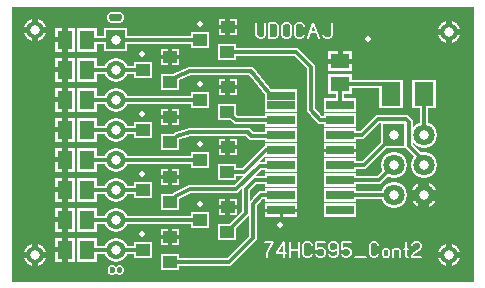
<source format=gbr>
%FSLAX34Y34*%
%MOMM*%
%LNCOPPER_TOP*%
G71*
G01*
%ADD10C, 0.002*%
%ADD11R, 2.000X1.700*%
%ADD12C, 2.200*%
%ADD13C, 2.000*%
%ADD14C, 0.700*%
%ADD15R, 1.620X1.420*%
%ADD16R, 1.700X2.000*%
%ADD17R, 2.000X2.400*%
%ADD18C, 0.156*%
%ADD19C, 0.500*%
%ADD20C, 1.900*%
%ADD21R, 2.800X1.200*%
%ADD22C, 0.433*%
%ADD23C, 0.924*%
%ADD24C, 0.340*%
%ADD25C, 0.500*%
%ADD26C, 0.267*%
%ADD27R, 1.600X1.300*%
%ADD28C, 1.800*%
%ADD29C, 1.600*%
%ADD30C, 0.300*%
%ADD31R, 1.220X1.020*%
%ADD32R, 1.300X1.600*%
%ADD33R, 1.600X2.000*%
%ADD34C, 1.500*%
%ADD35R, 2.400X0.800*%
%ADD36C, 0.800*%
%LPD*%
G54D10*
X-34Y61D02*
X390966Y61D01*
X390966Y-231939D01*
X-34Y-231939D01*
X-34Y61D01*
G36*
X-34Y61D02*
X390966Y61D01*
X390966Y-231939D01*
X-34Y-231939D01*
X-34Y61D01*
G37*
%LPC*%
X278210Y-64691D02*
G54D11*
D03*
X278210Y-45691D02*
G54D11*
D03*
G36*
X334419Y-97286D02*
X334419Y-119286D01*
X312419Y-119286D01*
X312419Y-97286D01*
X334419Y-97286D01*
G37*
X348819Y-108286D02*
G54D12*
D03*
X323419Y-133686D02*
G54D12*
D03*
X348819Y-133686D02*
G54D12*
D03*
X323419Y-159086D02*
G54D12*
D03*
X348820Y-159086D02*
G54D12*
D03*
G36*
X98056Y-17386D02*
X98056Y-37386D01*
X78056Y-37386D01*
X78056Y-17386D01*
X98056Y-17386D01*
G37*
X88056Y-52786D02*
G54D13*
D03*
X88056Y-78186D02*
G54D13*
D03*
X88056Y-103586D02*
G54D13*
D03*
X88056Y-128986D02*
G54D13*
D03*
X88056Y-154386D02*
G54D13*
D03*
X88056Y-179786D02*
G54D13*
D03*
X88056Y-205186D02*
G54D13*
D03*
G54D14*
X277812Y-84138D02*
X277812Y-65088D01*
G54D14*
X323419Y-159086D02*
X286294Y-159086D01*
G54D14*
X286294Y-146386D02*
X310719Y-146386D01*
X323419Y-133686D01*
G54D14*
X286294Y-133686D02*
X298019Y-133686D01*
X323419Y-108286D01*
G54D14*
X349216Y-133686D02*
X349216Y-130511D01*
X336516Y-117811D01*
X336516Y-97173D01*
X334135Y-94792D01*
X309925Y-94792D01*
G54D14*
X278169Y-108285D02*
X296432Y-108286D01*
X309925Y-94792D01*
G54D14*
X278357Y-95586D02*
X261507Y-95586D01*
X253172Y-87252D01*
X253172Y-50342D01*
X240472Y-37642D01*
X111075Y-205185D02*
G54D15*
D03*
X133975Y-194985D02*
G54D15*
D03*
X133975Y-215385D02*
G54D15*
D03*
X111075Y-154385D02*
G54D15*
D03*
X133975Y-144185D02*
G54D15*
D03*
X133975Y-164585D02*
G54D15*
D03*
X111075Y-103585D02*
G54D15*
D03*
X133975Y-93385D02*
G54D15*
D03*
X133975Y-113785D02*
G54D15*
D03*
X111075Y-52785D02*
G54D15*
D03*
X133975Y-42585D02*
G54D15*
D03*
X133975Y-62985D02*
G54D15*
D03*
X159890Y-78185D02*
G54D15*
D03*
X182791Y-67985D02*
G54D15*
D03*
X182790Y-88385D02*
G54D15*
D03*
X159890Y-27385D02*
G54D15*
D03*
X182791Y-17185D02*
G54D15*
D03*
X182790Y-37585D02*
G54D15*
D03*
X159890Y-179785D02*
G54D15*
D03*
X182791Y-169585D02*
G54D15*
D03*
X182790Y-189985D02*
G54D15*
D03*
X159890Y-128985D02*
G54D15*
D03*
X182791Y-118785D02*
G54D15*
D03*
X182790Y-139185D02*
G54D15*
D03*
G54D14*
X88056Y-205185D02*
X111075Y-205185D01*
G54D14*
X88056Y-179785D02*
X159890Y-179785D01*
G54D14*
X88056Y-154385D02*
X111075Y-154385D01*
G54D14*
X88056Y-128985D02*
X159890Y-128985D01*
G54D14*
X88056Y-103585D02*
X111075Y-103585D01*
G54D14*
X88056Y-78185D02*
X159890Y-78185D01*
G54D14*
X88056Y-52785D02*
X111075Y-52785D01*
G54D14*
X88056Y-27385D02*
X159890Y-27385D01*
G54D14*
X133975Y-62985D02*
X139326Y-59413D01*
X151175Y-53914D01*
X202373Y-53914D01*
X217057Y-71773D01*
G54D14*
X228169Y-95586D02*
X189992Y-95586D01*
X182790Y-88385D01*
G54D14*
X133975Y-113785D02*
X139723Y-109419D01*
X151175Y-105905D01*
X199991Y-105905D01*
X202769Y-108683D01*
X227772Y-108683D01*
X228169Y-108286D01*
G54D14*
X133975Y-164585D02*
X139326Y-160219D01*
X151175Y-154323D01*
X190069Y-154323D01*
X210310Y-134083D01*
X227772Y-134083D01*
X228169Y-133686D01*
G54D14*
X228169Y-146386D02*
X205944Y-146386D01*
X198404Y-153926D01*
X198404Y-174372D01*
X182790Y-189985D01*
G54D14*
X133975Y-215385D02*
X184173Y-215385D01*
X203960Y-195598D01*
X203960Y-166230D01*
X211104Y-159086D01*
X228169Y-159086D01*
G54D14*
X182790Y-139185D02*
X196873Y-139185D01*
X215469Y-120589D01*
X227772Y-120589D01*
X228169Y-120986D01*
X64244Y-27385D02*
G54D16*
D03*
X45244Y-27384D02*
G54D16*
D03*
X64244Y-52785D02*
G54D16*
D03*
X45244Y-52784D02*
G54D16*
D03*
X64244Y-78185D02*
G54D16*
D03*
X45244Y-78184D02*
G54D16*
D03*
X64244Y-103585D02*
G54D16*
D03*
X45244Y-103584D02*
G54D16*
D03*
X64244Y-128985D02*
G54D16*
D03*
X45244Y-128984D02*
G54D16*
D03*
X64244Y-154385D02*
G54D16*
D03*
X45244Y-154384D02*
G54D16*
D03*
X64244Y-179785D02*
G54D16*
D03*
X45244Y-179784D02*
G54D16*
D03*
X64244Y-205185D02*
G54D16*
D03*
X45244Y-205184D02*
G54D16*
D03*
G54D14*
X64244Y-52785D02*
X88056Y-52785D01*
G54D14*
X64244Y-78185D02*
X88056Y-78185D01*
G54D14*
X88056Y-103585D02*
X64244Y-103585D01*
G54D14*
X88056Y-128985D02*
X64244Y-128985D01*
G54D14*
X88056Y-154385D02*
X64244Y-154385D01*
G54D14*
X88056Y-179785D02*
X64244Y-179785D01*
G54D14*
X88056Y-205185D02*
X64244Y-205185D01*
G54D14*
X64244Y-27385D02*
X88056Y-27385D01*
X321072Y-73422D02*
G54D17*
D03*
X349072Y-73422D02*
G54D17*
D03*
G54D14*
X348854Y-108347D02*
X348854Y-73422D01*
G54D14*
X278210Y-64691D02*
X320278Y-64691D01*
X321072Y-73422D01*
G54D18*
X91773Y-12307D02*
X83995Y-12307D01*
X82440Y-11374D01*
X81662Y-9507D01*
X81662Y-7640D01*
X82440Y-5774D01*
X83995Y-4840D01*
X91773Y-4840D01*
X93329Y-5774D01*
X94106Y-7640D01*
X94106Y-9507D01*
X93329Y-11374D01*
X91773Y-12307D01*
G54D18*
X88280Y-223423D02*
X88280Y-221556D01*
X89058Y-219689D01*
X90613Y-218756D01*
X92169Y-218756D01*
X93724Y-219689D01*
X94502Y-221556D01*
X94502Y-223423D01*
X93724Y-225289D01*
X92169Y-226223D01*
X90613Y-226223D01*
X89058Y-225289D01*
X88280Y-223423D01*
X87502Y-225289D01*
X85947Y-226223D01*
X84391Y-226223D01*
X82836Y-225289D01*
X82058Y-223423D01*
X82058Y-221556D01*
X82836Y-219689D01*
X84391Y-218756D01*
X85947Y-218756D01*
X87502Y-219689D01*
X88280Y-221556D01*
X159228Y-14347D02*
G54D19*
D03*
X110412Y-39747D02*
G54D19*
D03*
X159228Y-65147D02*
G54D19*
D03*
X110412Y-90547D02*
G54D19*
D03*
X159228Y-115947D02*
G54D19*
D03*
X159228Y-166747D02*
G54D19*
D03*
X110412Y-141347D02*
G54D19*
D03*
X110412Y-192147D02*
G54D19*
D03*
X227490Y-184210D02*
G54D19*
D03*
X302103Y-27047D02*
G54D19*
D03*
G54D18*
X207343Y-13464D02*
X207343Y-23575D01*
X208276Y-25131D01*
X210143Y-25908D01*
X212010Y-25908D01*
X213876Y-25131D01*
X214810Y-23575D01*
X214810Y-13464D01*
G54D18*
X218232Y-25908D02*
X218232Y-13464D01*
X222899Y-13464D01*
X224765Y-14242D01*
X225699Y-15797D01*
X225699Y-23575D01*
X224765Y-25131D01*
X222899Y-25908D01*
X218232Y-25908D01*
G54D18*
X236588Y-15797D02*
X236588Y-23575D01*
X235654Y-25131D01*
X233788Y-25908D01*
X231921Y-25908D01*
X230054Y-25131D01*
X229121Y-23575D01*
X229121Y-15797D01*
X230054Y-14242D01*
X231921Y-13464D01*
X233788Y-13464D01*
X235654Y-14242D01*
X236588Y-15797D01*
G54D18*
X247477Y-23575D02*
X246543Y-25131D01*
X244677Y-25908D01*
X242810Y-25908D01*
X240943Y-25131D01*
X240010Y-23575D01*
X240010Y-15797D01*
X240943Y-14242D01*
X242810Y-13464D01*
X244677Y-13464D01*
X246543Y-14242D01*
X247477Y-15797D01*
G54D18*
X250899Y-25908D02*
X255566Y-13464D01*
X260232Y-25908D01*
G54D18*
X252766Y-21242D02*
X258366Y-21242D01*
G54D18*
X271121Y-13464D02*
X271121Y-23575D01*
X270187Y-25131D01*
X268321Y-25908D01*
X266454Y-25908D01*
X264587Y-25131D01*
X263654Y-23575D01*
G54D18*
X214162Y-199201D02*
X221629Y-199201D01*
X220696Y-200757D01*
X218829Y-203090D01*
X216962Y-206201D01*
X216029Y-208534D01*
X216029Y-211646D01*
G54D18*
X230652Y-211646D02*
X230652Y-199201D01*
X225052Y-206979D01*
X225052Y-208534D01*
X232518Y-208534D01*
G54D18*
X235940Y-211646D02*
X235940Y-199201D01*
G54D18*
X243407Y-211646D02*
X243407Y-199201D01*
G54D18*
X235940Y-205423D02*
X243407Y-205423D01*
G54D18*
X254296Y-209312D02*
X253363Y-210868D01*
X251496Y-211646D01*
X249630Y-211646D01*
X247763Y-210868D01*
X246830Y-209312D01*
X246830Y-201534D01*
X247763Y-199979D01*
X249630Y-199201D01*
X251496Y-199201D01*
X253363Y-199979D01*
X254296Y-201534D01*
G54D18*
X265185Y-199201D02*
X257718Y-199201D01*
X257718Y-204646D01*
X258652Y-204646D01*
X260518Y-203868D01*
X262385Y-203868D01*
X264252Y-204646D01*
X265185Y-206201D01*
X265185Y-209312D01*
X264252Y-210868D01*
X262385Y-211646D01*
X260518Y-211646D01*
X258652Y-210868D01*
X257718Y-209312D01*
G54D18*
X268608Y-209312D02*
X269541Y-210868D01*
X271408Y-211646D01*
X273274Y-211646D01*
X275141Y-210868D01*
X276074Y-209312D01*
X276074Y-205423D01*
X276074Y-204646D01*
X273274Y-206201D01*
X271408Y-206201D01*
X269541Y-205423D01*
X268608Y-203868D01*
X268608Y-201534D01*
X269541Y-199979D01*
X271408Y-199201D01*
X273274Y-199201D01*
X275141Y-199979D01*
X276074Y-201534D01*
X276074Y-205423D01*
G54D18*
X286963Y-199201D02*
X279496Y-199201D01*
X279496Y-204646D01*
X280430Y-204646D01*
X282296Y-203868D01*
X284163Y-203868D01*
X286030Y-204646D01*
X286963Y-206201D01*
X286963Y-209312D01*
X286030Y-210868D01*
X284163Y-211646D01*
X282296Y-211646D01*
X280430Y-210868D01*
X279496Y-209312D01*
G54D18*
X290386Y-211646D02*
X299719Y-211646D01*
G54D18*
X310607Y-209312D02*
X309674Y-210868D01*
X307807Y-211646D01*
X305940Y-211646D01*
X304074Y-210868D01*
X303140Y-209312D01*
X303140Y-201534D01*
X304074Y-199979D01*
X305940Y-199201D01*
X307807Y-199201D01*
X309674Y-199979D01*
X310607Y-201534D01*
G54D18*
X319630Y-209779D02*
X319630Y-206668D01*
X318696Y-205112D01*
X316830Y-204646D01*
X314963Y-205112D01*
X314030Y-206668D01*
X314030Y-209779D01*
X314963Y-211334D01*
X316830Y-211646D01*
X318696Y-211334D01*
X319630Y-209779D01*
G54D18*
X323052Y-211646D02*
X323052Y-204646D01*
G54D18*
X323052Y-206201D02*
X323985Y-205112D01*
X325852Y-204646D01*
X327718Y-205112D01*
X328652Y-206201D01*
X328652Y-211646D01*
G54D18*
X333940Y-199201D02*
X333940Y-210868D01*
X334874Y-211646D01*
X335807Y-211334D01*
G54D18*
X332074Y-204646D02*
X335807Y-204646D01*
G54D18*
X346695Y-211646D02*
X339228Y-211646D01*
X339228Y-210868D01*
X340162Y-209312D01*
X345762Y-204646D01*
X346695Y-203090D01*
X346695Y-201534D01*
X345762Y-199979D01*
X343895Y-199201D01*
X342028Y-199201D01*
X340162Y-199979D01*
X339228Y-201534D01*
X19528Y-19110D02*
G54D20*
D03*
X19528Y-209610D02*
G54D20*
D03*
X370366Y-209610D02*
G54D20*
D03*
X370366Y-20697D02*
G54D20*
D03*
X228169Y-82885D02*
G54D21*
D03*
X228169Y-95585D02*
G54D21*
D03*
X228169Y-108285D02*
G54D21*
D03*
X228169Y-120985D02*
G54D21*
D03*
X228169Y-133685D02*
G54D21*
D03*
X228169Y-146385D02*
G54D21*
D03*
X228169Y-159085D02*
G54D21*
D03*
X228169Y-171785D02*
G54D21*
D03*
X278169Y-171785D02*
G54D21*
D03*
X278169Y-159085D02*
G54D21*
D03*
X278169Y-146385D02*
G54D21*
D03*
X278169Y-133685D02*
G54D21*
D03*
X278169Y-120985D02*
G54D21*
D03*
X278169Y-108285D02*
G54D21*
D03*
X278169Y-95585D02*
G54D21*
D03*
X278169Y-82885D02*
G54D21*
D03*
G54D14*
X182790Y-37585D02*
X240472Y-37642D01*
X228169Y-74948D02*
G54D21*
D03*
%LPD*%
G54D22*
G36*
X278210Y-47857D02*
X267710Y-47857D01*
X267710Y-43524D01*
X278210Y-43524D01*
X278210Y-47857D01*
G37*
G36*
X276044Y-45691D02*
X276044Y-36691D01*
X280377Y-36691D01*
X280377Y-45691D01*
X276044Y-45691D01*
G37*
G36*
X278210Y-43524D02*
X288710Y-43524D01*
X288710Y-47857D01*
X278210Y-47857D01*
X278210Y-43524D01*
G37*
G54D23*
G36*
X348820Y-154466D02*
X360320Y-154466D01*
X360320Y-163706D01*
X348820Y-163706D01*
X348820Y-154466D01*
G37*
G36*
X353440Y-159086D02*
X353440Y-170586D01*
X344200Y-170586D01*
X344200Y-159086D01*
X353440Y-159086D01*
G37*
G36*
X348820Y-163706D02*
X337320Y-163706D01*
X337320Y-154466D01*
X348820Y-154466D01*
X348820Y-163706D01*
G37*
G36*
X344200Y-159086D02*
X344200Y-147586D01*
X353440Y-147586D01*
X353440Y-159086D01*
X344200Y-159086D01*
G37*
G54D24*
G36*
X133975Y-193285D02*
X142575Y-193285D01*
X142575Y-196685D01*
X133975Y-196685D01*
X133975Y-193285D01*
G37*
G36*
X135675Y-194985D02*
X135675Y-202585D01*
X132275Y-202585D01*
X132275Y-194985D01*
X135675Y-194985D01*
G37*
G36*
X133975Y-196685D02*
X125375Y-196685D01*
X125375Y-193285D01*
X133975Y-193285D01*
X133975Y-196685D01*
G37*
G36*
X132275Y-194985D02*
X132275Y-187385D01*
X135675Y-187385D01*
X135675Y-194985D01*
X132275Y-194985D01*
G37*
G54D24*
G36*
X133975Y-142485D02*
X142575Y-142485D01*
X142575Y-145885D01*
X133975Y-145885D01*
X133975Y-142485D01*
G37*
G36*
X135675Y-144185D02*
X135675Y-151785D01*
X132275Y-151785D01*
X132275Y-144185D01*
X135675Y-144185D01*
G37*
G36*
X133975Y-145885D02*
X125375Y-145885D01*
X125375Y-142485D01*
X133975Y-142485D01*
X133975Y-145885D01*
G37*
G36*
X132275Y-144185D02*
X132275Y-136585D01*
X135675Y-136585D01*
X135675Y-144185D01*
X132275Y-144185D01*
G37*
G54D24*
G36*
X133975Y-91685D02*
X142575Y-91685D01*
X142575Y-95085D01*
X133975Y-95085D01*
X133975Y-91685D01*
G37*
G36*
X135675Y-93385D02*
X135675Y-100985D01*
X132275Y-100985D01*
X132275Y-93385D01*
X135675Y-93385D01*
G37*
G36*
X133975Y-95085D02*
X125375Y-95085D01*
X125375Y-91685D01*
X133975Y-91685D01*
X133975Y-95085D01*
G37*
G36*
X132275Y-93385D02*
X132275Y-85785D01*
X135675Y-85785D01*
X135675Y-93385D01*
X132275Y-93385D01*
G37*
G54D24*
G36*
X133975Y-40885D02*
X142575Y-40885D01*
X142575Y-44285D01*
X133975Y-44285D01*
X133975Y-40885D01*
G37*
G36*
X135675Y-42585D02*
X135675Y-50185D01*
X132275Y-50185D01*
X132275Y-42585D01*
X135675Y-42585D01*
G37*
G36*
X133975Y-44285D02*
X125375Y-44285D01*
X125375Y-40885D01*
X133975Y-40885D01*
X133975Y-44285D01*
G37*
G36*
X132275Y-42585D02*
X132275Y-34985D01*
X135675Y-34985D01*
X135675Y-42585D01*
X132275Y-42585D01*
G37*
G54D24*
G36*
X182791Y-66285D02*
X191391Y-66285D01*
X191391Y-69685D01*
X182791Y-69685D01*
X182791Y-66285D01*
G37*
G36*
X184491Y-67985D02*
X184491Y-75585D01*
X181091Y-75585D01*
X181091Y-67985D01*
X184491Y-67985D01*
G37*
G36*
X182791Y-69685D02*
X174191Y-69685D01*
X174191Y-66285D01*
X182791Y-66285D01*
X182791Y-69685D01*
G37*
G36*
X181091Y-67985D02*
X181091Y-60385D01*
X184491Y-60385D01*
X184491Y-67985D01*
X181091Y-67985D01*
G37*
G54D24*
G36*
X182791Y-15485D02*
X191391Y-15485D01*
X191391Y-18885D01*
X182791Y-18885D01*
X182791Y-15485D01*
G37*
G36*
X184491Y-17185D02*
X184491Y-24785D01*
X181091Y-24785D01*
X181091Y-17185D01*
X184491Y-17185D01*
G37*
G36*
X182791Y-18885D02*
X174191Y-18885D01*
X174191Y-15485D01*
X182791Y-15485D01*
X182791Y-18885D01*
G37*
G36*
X181091Y-17185D02*
X181091Y-9585D01*
X184491Y-9585D01*
X184491Y-17185D01*
X181091Y-17185D01*
G37*
G54D24*
G36*
X182791Y-167885D02*
X191391Y-167885D01*
X191391Y-171285D01*
X182791Y-171285D01*
X182791Y-167885D01*
G37*
G36*
X184491Y-169585D02*
X184491Y-177185D01*
X181091Y-177185D01*
X181091Y-169585D01*
X184491Y-169585D01*
G37*
G36*
X182791Y-171285D02*
X174191Y-171285D01*
X174191Y-167885D01*
X182791Y-167885D01*
X182791Y-171285D01*
G37*
G36*
X181091Y-169585D02*
X181091Y-161985D01*
X184491Y-161985D01*
X184491Y-169585D01*
X181091Y-169585D01*
G37*
G54D24*
G36*
X182791Y-117085D02*
X191391Y-117085D01*
X191391Y-120485D01*
X182791Y-120485D01*
X182791Y-117085D01*
G37*
G36*
X184491Y-118785D02*
X184491Y-126385D01*
X181091Y-126385D01*
X181091Y-118785D01*
X184491Y-118785D01*
G37*
G36*
X182791Y-120485D02*
X174191Y-120485D01*
X174191Y-117085D01*
X182791Y-117085D01*
X182791Y-120485D01*
G37*
G36*
X181091Y-118785D02*
X181091Y-111185D01*
X184491Y-111185D01*
X184491Y-118785D01*
X181091Y-118785D01*
G37*
G54D22*
G36*
X47410Y-27384D02*
X47410Y-37884D01*
X43077Y-37884D01*
X43077Y-27384D01*
X47410Y-27384D01*
G37*
G36*
X45244Y-29551D02*
X36244Y-29551D01*
X36244Y-25218D01*
X45244Y-25218D01*
X45244Y-29551D01*
G37*
G36*
X43077Y-27384D02*
X43077Y-16884D01*
X47410Y-16884D01*
X47410Y-27384D01*
X43077Y-27384D01*
G37*
G54D22*
G36*
X47410Y-52784D02*
X47410Y-63284D01*
X43077Y-63284D01*
X43077Y-52784D01*
X47410Y-52784D01*
G37*
G36*
X45244Y-54951D02*
X36244Y-54951D01*
X36244Y-50618D01*
X45244Y-50618D01*
X45244Y-54951D01*
G37*
G36*
X43077Y-52784D02*
X43077Y-42284D01*
X47410Y-42284D01*
X47410Y-52784D01*
X43077Y-52784D01*
G37*
G54D22*
G36*
X47410Y-78184D02*
X47410Y-88684D01*
X43077Y-88684D01*
X43077Y-78184D01*
X47410Y-78184D01*
G37*
G36*
X45244Y-80351D02*
X36244Y-80351D01*
X36244Y-76018D01*
X45244Y-76018D01*
X45244Y-80351D01*
G37*
G36*
X43077Y-78184D02*
X43077Y-67684D01*
X47410Y-67684D01*
X47410Y-78184D01*
X43077Y-78184D01*
G37*
G54D22*
G36*
X47410Y-103584D02*
X47410Y-114084D01*
X43077Y-114084D01*
X43077Y-103584D01*
X47410Y-103584D01*
G37*
G36*
X45244Y-105751D02*
X36244Y-105751D01*
X36244Y-101418D01*
X45244Y-101418D01*
X45244Y-105751D01*
G37*
G36*
X43077Y-103584D02*
X43077Y-93084D01*
X47410Y-93084D01*
X47410Y-103584D01*
X43077Y-103584D01*
G37*
G54D22*
G36*
X47410Y-128984D02*
X47410Y-139484D01*
X43077Y-139484D01*
X43077Y-128984D01*
X47410Y-128984D01*
G37*
G36*
X45244Y-131151D02*
X36244Y-131151D01*
X36244Y-126818D01*
X45244Y-126818D01*
X45244Y-131151D01*
G37*
G36*
X43077Y-128984D02*
X43077Y-118484D01*
X47410Y-118484D01*
X47410Y-128984D01*
X43077Y-128984D01*
G37*
G54D22*
G36*
X47410Y-154384D02*
X47410Y-164884D01*
X43077Y-164884D01*
X43077Y-154384D01*
X47410Y-154384D01*
G37*
G36*
X45244Y-156551D02*
X36244Y-156551D01*
X36244Y-152218D01*
X45244Y-152218D01*
X45244Y-156551D01*
G37*
G36*
X43077Y-154384D02*
X43077Y-143884D01*
X47410Y-143884D01*
X47410Y-154384D01*
X43077Y-154384D01*
G37*
G54D22*
G36*
X47410Y-179784D02*
X47410Y-190284D01*
X43077Y-190284D01*
X43077Y-179784D01*
X47410Y-179784D01*
G37*
G36*
X45244Y-181951D02*
X36244Y-181951D01*
X36244Y-177618D01*
X45244Y-177618D01*
X45244Y-181951D01*
G37*
G36*
X43077Y-179784D02*
X43077Y-169284D01*
X47410Y-169284D01*
X47410Y-179784D01*
X43077Y-179784D01*
G37*
G54D22*
G36*
X47410Y-205184D02*
X47410Y-215684D01*
X43077Y-215684D01*
X43077Y-205184D01*
X47410Y-205184D01*
G37*
G36*
X45244Y-207351D02*
X36244Y-207351D01*
X36244Y-203018D01*
X45244Y-203018D01*
X45244Y-207351D01*
G37*
G36*
X43077Y-205184D02*
X43077Y-194684D01*
X47410Y-194684D01*
X47410Y-205184D01*
X43077Y-205184D01*
G37*
G54D25*
G36*
X17028Y-19110D02*
X17028Y-9110D01*
X22028Y-9110D01*
X22028Y-19110D01*
X17028Y-19110D01*
G37*
G36*
X19528Y-16610D02*
X29528Y-16610D01*
X29528Y-21610D01*
X19528Y-21610D01*
X19528Y-16610D01*
G37*
G36*
X22028Y-19110D02*
X22028Y-29110D01*
X17028Y-29110D01*
X17028Y-19110D01*
X22028Y-19110D01*
G37*
G36*
X19528Y-21610D02*
X9528Y-21610D01*
X9528Y-16610D01*
X19528Y-16610D01*
X19528Y-21610D01*
G37*
G54D25*
G36*
X17028Y-209610D02*
X17028Y-199610D01*
X22028Y-199610D01*
X22028Y-209610D01*
X17028Y-209610D01*
G37*
G36*
X19528Y-207110D02*
X29528Y-207110D01*
X29528Y-212110D01*
X19528Y-212110D01*
X19528Y-207110D01*
G37*
G36*
X22028Y-209610D02*
X22028Y-219610D01*
X17028Y-219610D01*
X17028Y-209610D01*
X22028Y-209610D01*
G37*
G36*
X19528Y-212110D02*
X9528Y-212110D01*
X9528Y-207110D01*
X19528Y-207110D01*
X19528Y-212110D01*
G37*
G54D25*
G36*
X367866Y-209610D02*
X367866Y-199610D01*
X372866Y-199610D01*
X372866Y-209610D01*
X367866Y-209610D01*
G37*
G36*
X370366Y-207110D02*
X380366Y-207110D01*
X380366Y-212110D01*
X370366Y-212110D01*
X370366Y-207110D01*
G37*
G36*
X372866Y-209610D02*
X372866Y-219610D01*
X367866Y-219610D01*
X367866Y-209610D01*
X372866Y-209610D01*
G37*
G36*
X370366Y-212110D02*
X360366Y-212110D01*
X360366Y-207110D01*
X370366Y-207110D01*
X370366Y-212110D01*
G37*
G54D25*
G36*
X367866Y-20697D02*
X367866Y-10697D01*
X372866Y-10697D01*
X372866Y-20697D01*
X367866Y-20697D01*
G37*
G36*
X370366Y-18197D02*
X380366Y-18197D01*
X380366Y-23197D01*
X370366Y-23197D01*
X370366Y-18197D01*
G37*
G36*
X372866Y-20697D02*
X372866Y-30697D01*
X367866Y-30697D01*
X367866Y-20697D01*
X372866Y-20697D01*
G37*
G36*
X370366Y-23197D02*
X360366Y-23197D01*
X360366Y-18197D01*
X370366Y-18197D01*
X370366Y-23197D01*
G37*
G54D26*
G36*
X228169Y-170452D02*
X242669Y-170451D01*
X242669Y-173118D01*
X228169Y-173118D01*
X228169Y-170452D01*
G37*
G36*
X229502Y-171785D02*
X229503Y-178285D01*
X226836Y-178285D01*
X226836Y-171785D01*
X229502Y-171785D01*
G37*
G36*
X228169Y-173118D02*
X213669Y-173119D01*
X213669Y-170452D01*
X228169Y-170452D01*
X228169Y-173118D01*
G37*
G54D26*
G36*
X278169Y-119652D02*
X292669Y-119652D01*
X292669Y-122318D01*
X278169Y-122318D01*
X278169Y-119652D01*
G37*
G36*
X278169Y-122318D02*
X263669Y-122318D01*
X263669Y-119652D01*
X278169Y-119652D01*
X278169Y-122318D01*
G37*
X278210Y-64691D02*
G54D27*
D03*
X278210Y-45691D02*
G54D27*
D03*
G36*
X332419Y-99286D02*
X332419Y-117286D01*
X314419Y-117286D01*
X314419Y-99286D01*
X332419Y-99286D01*
G37*
X348819Y-108286D02*
G54D28*
D03*
X323419Y-133686D02*
G54D28*
D03*
X348819Y-133686D02*
G54D28*
D03*
X323419Y-159086D02*
G54D28*
D03*
X348820Y-159086D02*
G54D28*
D03*
G36*
X96056Y-19386D02*
X96056Y-35386D01*
X80056Y-35386D01*
X80056Y-19386D01*
X96056Y-19386D01*
G37*
X88056Y-52786D02*
G54D29*
D03*
X88056Y-78186D02*
G54D29*
D03*
X88056Y-103586D02*
G54D29*
D03*
X88056Y-128986D02*
G54D29*
D03*
X88056Y-154386D02*
G54D29*
D03*
X88056Y-179786D02*
G54D29*
D03*
X88056Y-205186D02*
G54D29*
D03*
G54D30*
X277812Y-84138D02*
X277812Y-65088D01*
G54D30*
X323419Y-159086D02*
X286294Y-159086D01*
G54D30*
X286294Y-146386D02*
X310719Y-146386D01*
X323419Y-133686D01*
G54D30*
X286294Y-133686D02*
X298019Y-133686D01*
X323419Y-108286D01*
G54D30*
X349216Y-133686D02*
X349216Y-130511D01*
X336516Y-117811D01*
X336516Y-97173D01*
X334135Y-94792D01*
X309925Y-94792D01*
G54D30*
X278169Y-108285D02*
X296432Y-108286D01*
X309925Y-94792D01*
G54D30*
X278357Y-95586D02*
X261507Y-95586D01*
X253172Y-87252D01*
X253172Y-50342D01*
X240472Y-37642D01*
X111075Y-205185D02*
G54D31*
D03*
X133975Y-194985D02*
G54D31*
D03*
X133975Y-215385D02*
G54D31*
D03*
X111075Y-154385D02*
G54D31*
D03*
X133975Y-144185D02*
G54D31*
D03*
X133975Y-164585D02*
G54D31*
D03*
X111075Y-103585D02*
G54D31*
D03*
X133975Y-93385D02*
G54D31*
D03*
X133975Y-113785D02*
G54D31*
D03*
X111075Y-52785D02*
G54D31*
D03*
X133975Y-42585D02*
G54D31*
D03*
X133975Y-62985D02*
G54D31*
D03*
X159890Y-78185D02*
G54D31*
D03*
X182791Y-67985D02*
G54D31*
D03*
X182790Y-88385D02*
G54D31*
D03*
X159890Y-27385D02*
G54D31*
D03*
X182791Y-17185D02*
G54D31*
D03*
X182790Y-37585D02*
G54D31*
D03*
X159890Y-179785D02*
G54D31*
D03*
X182791Y-169585D02*
G54D31*
D03*
X182790Y-189985D02*
G54D31*
D03*
X159890Y-128985D02*
G54D31*
D03*
X182791Y-118785D02*
G54D31*
D03*
X182790Y-139185D02*
G54D31*
D03*
G54D30*
X88056Y-205185D02*
X111075Y-205185D01*
G54D30*
X88056Y-179785D02*
X159890Y-179785D01*
G54D30*
X88056Y-154385D02*
X111075Y-154385D01*
G54D30*
X88056Y-128985D02*
X159890Y-128985D01*
G54D30*
X88056Y-103585D02*
X111075Y-103585D01*
G54D30*
X88056Y-78185D02*
X159890Y-78185D01*
G54D30*
X88056Y-52785D02*
X111075Y-52785D01*
G54D30*
X88056Y-27385D02*
X159890Y-27385D01*
G54D30*
X133975Y-62985D02*
X139326Y-59413D01*
X151175Y-53914D01*
X202373Y-53914D01*
X217057Y-71773D01*
G54D30*
X228169Y-95586D02*
X189992Y-95586D01*
X182790Y-88385D01*
G54D30*
X133975Y-113785D02*
X139723Y-109419D01*
X151175Y-105905D01*
X199991Y-105905D01*
X202769Y-108683D01*
X227772Y-108683D01*
X228169Y-108286D01*
G54D30*
X133975Y-164585D02*
X139326Y-160219D01*
X151175Y-154323D01*
X190069Y-154323D01*
X210310Y-134083D01*
X227772Y-134083D01*
X228169Y-133686D01*
G54D30*
X228169Y-146386D02*
X205944Y-146386D01*
X198404Y-153926D01*
X198404Y-174372D01*
X182790Y-189985D01*
G54D30*
X133975Y-215385D02*
X184173Y-215385D01*
X203960Y-195598D01*
X203960Y-166230D01*
X211104Y-159086D01*
X228169Y-159086D01*
G54D30*
X182790Y-139185D02*
X196873Y-139185D01*
X215469Y-120589D01*
X227772Y-120589D01*
X228169Y-120986D01*
X64244Y-27385D02*
G54D32*
D03*
X45244Y-27384D02*
G54D32*
D03*
X64244Y-52785D02*
G54D32*
D03*
X45244Y-52784D02*
G54D32*
D03*
X64244Y-78185D02*
G54D32*
D03*
X45244Y-78184D02*
G54D32*
D03*
X64244Y-103585D02*
G54D32*
D03*
X45244Y-103584D02*
G54D32*
D03*
X64244Y-128985D02*
G54D32*
D03*
X45244Y-128984D02*
G54D32*
D03*
X64244Y-154385D02*
G54D32*
D03*
X45244Y-154384D02*
G54D32*
D03*
X64244Y-179785D02*
G54D32*
D03*
X45244Y-179784D02*
G54D32*
D03*
X64244Y-205185D02*
G54D32*
D03*
X45244Y-205184D02*
G54D32*
D03*
G54D30*
X64244Y-52785D02*
X88056Y-52785D01*
G54D30*
X64244Y-78185D02*
X88056Y-78185D01*
G54D30*
X88056Y-103585D02*
X64244Y-103585D01*
G54D30*
X88056Y-128985D02*
X64244Y-128985D01*
G54D30*
X88056Y-154385D02*
X64244Y-154385D01*
G54D30*
X88056Y-179785D02*
X64244Y-179785D01*
G54D30*
X88056Y-205185D02*
X64244Y-205185D01*
G54D30*
X64244Y-27385D02*
X88056Y-27385D01*
X321072Y-73422D02*
G54D33*
D03*
X349072Y-73422D02*
G54D33*
D03*
G54D30*
X348854Y-108347D02*
X348854Y-73422D01*
G54D30*
X278210Y-64691D02*
X320278Y-64691D01*
X321072Y-73422D01*
X19528Y-19110D02*
G54D34*
D03*
X19528Y-209610D02*
G54D34*
D03*
X370366Y-209610D02*
G54D34*
D03*
X370366Y-20697D02*
G54D34*
D03*
X228169Y-82885D02*
G54D35*
D03*
X228169Y-95585D02*
G54D35*
D03*
X228169Y-108285D02*
G54D35*
D03*
X228169Y-120985D02*
G54D35*
D03*
X228169Y-133685D02*
G54D35*
D03*
X228169Y-146385D02*
G54D35*
D03*
X228169Y-159085D02*
G54D35*
D03*
X228169Y-171785D02*
G54D35*
D03*
X278169Y-171785D02*
G54D35*
D03*
X278169Y-159085D02*
G54D35*
D03*
X278169Y-146385D02*
G54D35*
D03*
X278169Y-133685D02*
G54D35*
D03*
X278169Y-120985D02*
G54D35*
D03*
X278169Y-108285D02*
G54D35*
D03*
X278169Y-95585D02*
G54D35*
D03*
X278169Y-82885D02*
G54D35*
D03*
G54D30*
X182790Y-37585D02*
X240472Y-37642D01*
X228169Y-74948D02*
G54D35*
D03*
%LNAUGENFREISTANZEN*%
%LPC*%
X323419Y-108286D02*
G54D36*
D03*
X348819Y-108286D02*
G54D36*
D03*
X323419Y-133686D02*
G54D36*
D03*
X348819Y-133686D02*
G54D36*
D03*
X323419Y-159086D02*
G54D36*
D03*
X348820Y-159086D02*
G54D36*
D03*
X88056Y-27386D02*
G54D36*
D03*
X88056Y-52786D02*
G54D36*
D03*
X88056Y-78186D02*
G54D36*
D03*
X88056Y-103586D02*
G54D36*
D03*
X88056Y-128986D02*
G54D36*
D03*
X88056Y-154386D02*
G54D36*
D03*
X88056Y-179786D02*
G54D36*
D03*
X88056Y-205186D02*
G54D36*
D03*
X159228Y-14347D02*
G54D25*
D03*
X110412Y-39747D02*
G54D25*
D03*
X159228Y-65147D02*
G54D25*
D03*
X110412Y-90547D02*
G54D25*
D03*
X159228Y-115947D02*
G54D25*
D03*
X159228Y-166747D02*
G54D25*
D03*
X110412Y-141347D02*
G54D25*
D03*
X110412Y-192147D02*
G54D25*
D03*
X227490Y-184210D02*
G54D25*
D03*
X302103Y-27047D02*
G54D25*
D03*
X19528Y-19110D02*
G54D36*
D03*
X19528Y-209610D02*
G54D36*
D03*
X370366Y-209610D02*
G54D36*
D03*
X370366Y-20697D02*
G54D36*
D03*
M02*

</source>
